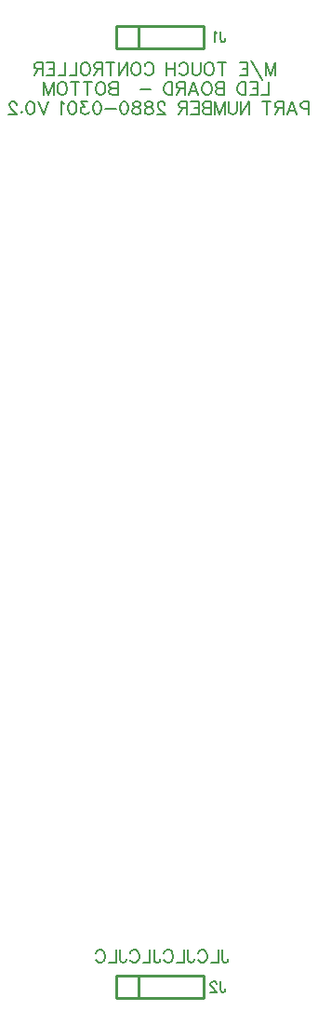
<source format=gbo>
G04 Layer: BottomSilkscreenLayer*
G04 EasyEDA v6.5.29, 2023-07-18 11:22:46*
G04 d896c42b98474c1f997fee1a3b510d80,5a6b42c53f6a479593ecc07194224c93,10*
G04 Gerber Generator version 0.2*
G04 Scale: 100 percent, Rotated: No, Reflected: No *
G04 Dimensions in millimeters *
G04 leading zeros omitted , absolute positions ,4 integer and 5 decimal *
%FSLAX45Y45*%
%MOMM*%

%ADD10C,0.2032*%
%ADD11C,0.1524*%
%ADD12C,0.2540*%

%LPD*%
D10*
X13500100Y10877989D02*
G01*
X13500100Y10763445D01*
X13500100Y10877989D02*
G01*
X13456462Y10763445D01*
X13412828Y10877989D02*
G01*
X13456462Y10763445D01*
X13412828Y10877989D02*
G01*
X13412828Y10763445D01*
X13278645Y10899808D02*
G01*
X13376828Y10725264D01*
X13242645Y10877989D02*
G01*
X13242645Y10763445D01*
X13242645Y10877989D02*
G01*
X13171736Y10877989D01*
X13242645Y10823445D02*
G01*
X13199010Y10823445D01*
X13242645Y10763445D02*
G01*
X13171736Y10763445D01*
X13013555Y10877989D02*
G01*
X13013555Y10763445D01*
X13051736Y10877989D02*
G01*
X12975374Y10877989D01*
X12906646Y10877989D02*
G01*
X12917556Y10872536D01*
X12928465Y10861626D01*
X12933918Y10850717D01*
X12939374Y10834354D01*
X12939374Y10807082D01*
X12933918Y10790717D01*
X12928465Y10779808D01*
X12917556Y10768898D01*
X12906646Y10763445D01*
X12884828Y10763445D01*
X12873918Y10768898D01*
X12863009Y10779808D01*
X12857556Y10790717D01*
X12852100Y10807082D01*
X12852100Y10834354D01*
X12857556Y10850717D01*
X12863009Y10861626D01*
X12873918Y10872536D01*
X12884828Y10877989D01*
X12906646Y10877989D01*
X12816100Y10877989D02*
G01*
X12816100Y10796173D01*
X12810647Y10779808D01*
X12799738Y10768898D01*
X12783372Y10763445D01*
X12772466Y10763445D01*
X12756100Y10768898D01*
X12745191Y10779808D01*
X12739738Y10796173D01*
X12739738Y10877989D01*
X12621920Y10850717D02*
G01*
X12627373Y10861626D01*
X12638283Y10872536D01*
X12649192Y10877989D01*
X12671010Y10877989D01*
X12681920Y10872536D01*
X12692829Y10861626D01*
X12698282Y10850717D01*
X12703738Y10834354D01*
X12703738Y10807082D01*
X12698282Y10790717D01*
X12692829Y10779808D01*
X12681920Y10768898D01*
X12671010Y10763445D01*
X12649192Y10763445D01*
X12638283Y10768898D01*
X12627373Y10779808D01*
X12621920Y10790717D01*
X12585920Y10877989D02*
G01*
X12585920Y10763445D01*
X12509555Y10877989D02*
G01*
X12509555Y10763445D01*
X12585920Y10823445D02*
G01*
X12509555Y10823445D01*
X12307737Y10850717D02*
G01*
X12313193Y10861626D01*
X12324102Y10872536D01*
X12335012Y10877989D01*
X12356830Y10877989D01*
X12367737Y10872536D01*
X12378646Y10861626D01*
X12384102Y10850717D01*
X12389556Y10834354D01*
X12389556Y10807082D01*
X12384102Y10790717D01*
X12378646Y10779808D01*
X12367737Y10768898D01*
X12356830Y10763445D01*
X12335012Y10763445D01*
X12324102Y10768898D01*
X12313193Y10779808D01*
X12307737Y10790717D01*
X12239012Y10877989D02*
G01*
X12249919Y10872536D01*
X12260828Y10861626D01*
X12266284Y10850717D01*
X12271738Y10834354D01*
X12271738Y10807082D01*
X12266284Y10790717D01*
X12260828Y10779808D01*
X12249919Y10768898D01*
X12239012Y10763445D01*
X12217194Y10763445D01*
X12206284Y10768898D01*
X12195375Y10779808D01*
X12189919Y10790717D01*
X12184466Y10807082D01*
X12184466Y10834354D01*
X12189919Y10850717D01*
X12195375Y10861626D01*
X12206284Y10872536D01*
X12217194Y10877989D01*
X12239012Y10877989D01*
X12148466Y10877989D02*
G01*
X12148466Y10763445D01*
X12148466Y10877989D02*
G01*
X12072101Y10763445D01*
X12072101Y10877989D02*
G01*
X12072101Y10763445D01*
X11997921Y10877989D02*
G01*
X11997921Y10763445D01*
X12036102Y10877989D02*
G01*
X11959739Y10877989D01*
X11923740Y10877989D02*
G01*
X11923740Y10763445D01*
X11923740Y10877989D02*
G01*
X11874649Y10877989D01*
X11858284Y10872536D01*
X11852831Y10867082D01*
X11847375Y10856173D01*
X11847375Y10845264D01*
X11852831Y10834354D01*
X11858284Y10828898D01*
X11874649Y10823445D01*
X11923740Y10823445D01*
X11885556Y10823445D02*
G01*
X11847375Y10763445D01*
X11778648Y10877989D02*
G01*
X11789557Y10872536D01*
X11800466Y10861626D01*
X11805922Y10850717D01*
X11811375Y10834354D01*
X11811375Y10807082D01*
X11805922Y10790717D01*
X11800466Y10779808D01*
X11789557Y10768898D01*
X11778648Y10763445D01*
X11756831Y10763445D01*
X11745922Y10768898D01*
X11735013Y10779808D01*
X11729557Y10790717D01*
X11724104Y10807082D01*
X11724104Y10834354D01*
X11729557Y10850717D01*
X11735013Y10861626D01*
X11745922Y10872536D01*
X11756831Y10877989D01*
X11778648Y10877989D01*
X11688104Y10877989D02*
G01*
X11688104Y10763445D01*
X11688104Y10763445D02*
G01*
X11622648Y10763445D01*
X11586649Y10877989D02*
G01*
X11586649Y10763445D01*
X11586649Y10763445D02*
G01*
X11521193Y10763445D01*
X11485194Y10877989D02*
G01*
X11485194Y10763445D01*
X11485194Y10877989D02*
G01*
X11414285Y10877989D01*
X11485194Y10823445D02*
G01*
X11441559Y10823445D01*
X11485194Y10763445D02*
G01*
X11414285Y10763445D01*
X11378285Y10877989D02*
G01*
X11378285Y10763445D01*
X11378285Y10877989D02*
G01*
X11329195Y10877989D01*
X11312832Y10872536D01*
X11307376Y10867082D01*
X11301923Y10856173D01*
X11301923Y10845264D01*
X11307376Y10834354D01*
X11312832Y10828898D01*
X11329195Y10823445D01*
X11378285Y10823445D01*
X11340104Y10823445D02*
G01*
X11301923Y10763445D01*
X13804900Y10522389D02*
G01*
X13804900Y10407845D01*
X13804900Y10522389D02*
G01*
X13755809Y10522389D01*
X13739446Y10516936D01*
X13733990Y10511482D01*
X13728537Y10500573D01*
X13728537Y10484208D01*
X13733990Y10473298D01*
X13739446Y10467845D01*
X13755809Y10462389D01*
X13804900Y10462389D01*
X13648900Y10522389D02*
G01*
X13692535Y10407845D01*
X13648900Y10522389D02*
G01*
X13605263Y10407845D01*
X13676172Y10446026D02*
G01*
X13621628Y10446026D01*
X13569264Y10522389D02*
G01*
X13569264Y10407845D01*
X13569264Y10522389D02*
G01*
X13520173Y10522389D01*
X13503810Y10516936D01*
X13498355Y10511482D01*
X13492901Y10500573D01*
X13492901Y10489664D01*
X13498355Y10478754D01*
X13503810Y10473298D01*
X13520173Y10467845D01*
X13569264Y10467845D01*
X13531082Y10467845D02*
G01*
X13492901Y10407845D01*
X13418718Y10522389D02*
G01*
X13418718Y10407845D01*
X13456899Y10522389D02*
G01*
X13380537Y10522389D01*
X13260537Y10522389D02*
G01*
X13260537Y10407845D01*
X13260537Y10522389D02*
G01*
X13184174Y10407845D01*
X13184174Y10522389D02*
G01*
X13184174Y10407845D01*
X13148172Y10522389D02*
G01*
X13148172Y10440573D01*
X13142719Y10424208D01*
X13131810Y10413298D01*
X13115447Y10407845D01*
X13104538Y10407845D01*
X13088172Y10413298D01*
X13077266Y10424208D01*
X13071810Y10440573D01*
X13071810Y10522389D01*
X13035810Y10522389D02*
G01*
X13035810Y10407845D01*
X13035810Y10522389D02*
G01*
X12992173Y10407845D01*
X12948538Y10522389D02*
G01*
X12992173Y10407845D01*
X12948538Y10522389D02*
G01*
X12948538Y10407845D01*
X12912537Y10522389D02*
G01*
X12912537Y10407845D01*
X12912537Y10522389D02*
G01*
X12863446Y10522389D01*
X12847083Y10516936D01*
X12841630Y10511482D01*
X12836174Y10500573D01*
X12836174Y10489664D01*
X12841630Y10478754D01*
X12847083Y10473298D01*
X12863446Y10467845D01*
X12912537Y10467845D02*
G01*
X12863446Y10467845D01*
X12847083Y10462389D01*
X12841630Y10456936D01*
X12836174Y10446026D01*
X12836174Y10429664D01*
X12841630Y10418754D01*
X12847083Y10413298D01*
X12863446Y10407845D01*
X12912537Y10407845D01*
X12800175Y10522389D02*
G01*
X12800175Y10407845D01*
X12800175Y10522389D02*
G01*
X12729265Y10522389D01*
X12800175Y10467845D02*
G01*
X12756537Y10467845D01*
X12800175Y10407845D02*
G01*
X12729265Y10407845D01*
X12693266Y10522389D02*
G01*
X12693266Y10407845D01*
X12693266Y10522389D02*
G01*
X12644175Y10522389D01*
X12627810Y10516936D01*
X12622357Y10511482D01*
X12616901Y10500573D01*
X12616901Y10489664D01*
X12622357Y10478754D01*
X12627810Y10473298D01*
X12644175Y10467845D01*
X12693266Y10467845D01*
X12655085Y10467845D02*
G01*
X12616901Y10407845D01*
X12491448Y10495117D02*
G01*
X12491448Y10500573D01*
X12485992Y10511482D01*
X12480538Y10516936D01*
X12469629Y10522389D01*
X12447811Y10522389D01*
X12436901Y10516936D01*
X12431448Y10511482D01*
X12425992Y10500573D01*
X12425992Y10489664D01*
X12431448Y10478754D01*
X12442357Y10462389D01*
X12496901Y10407845D01*
X12420539Y10407845D01*
X12357267Y10522389D02*
G01*
X12373630Y10516936D01*
X12379083Y10506026D01*
X12379083Y10495117D01*
X12373630Y10484208D01*
X12362721Y10478754D01*
X12340902Y10473298D01*
X12324539Y10467845D01*
X12313630Y10456936D01*
X12308174Y10446026D01*
X12308174Y10429664D01*
X12313630Y10418754D01*
X12319083Y10413298D01*
X12335449Y10407845D01*
X12357267Y10407845D01*
X12373630Y10413298D01*
X12379083Y10418754D01*
X12384539Y10429664D01*
X12384539Y10446026D01*
X12379083Y10456936D01*
X12368174Y10467845D01*
X12351811Y10473298D01*
X12329993Y10478754D01*
X12319083Y10484208D01*
X12313630Y10495117D01*
X12313630Y10506026D01*
X12319083Y10516936D01*
X12335449Y10522389D01*
X12357267Y10522389D01*
X12244903Y10522389D02*
G01*
X12261265Y10516936D01*
X12266721Y10506026D01*
X12266721Y10495117D01*
X12261265Y10484208D01*
X12250356Y10478754D01*
X12228540Y10473298D01*
X12212175Y10467845D01*
X12201265Y10456936D01*
X12195812Y10446026D01*
X12195812Y10429664D01*
X12201265Y10418754D01*
X12206721Y10413298D01*
X12223084Y10407845D01*
X12244903Y10407845D01*
X12261265Y10413298D01*
X12266721Y10418754D01*
X12272175Y10429664D01*
X12272175Y10446026D01*
X12266721Y10456936D01*
X12255812Y10467845D01*
X12239449Y10473298D01*
X12217631Y10478754D01*
X12206721Y10484208D01*
X12201265Y10495117D01*
X12201265Y10506026D01*
X12206721Y10516936D01*
X12223084Y10522389D01*
X12244903Y10522389D01*
X12127085Y10522389D02*
G01*
X12143447Y10516936D01*
X12154357Y10500573D01*
X12159813Y10473298D01*
X12159813Y10456936D01*
X12154357Y10429664D01*
X12143447Y10413298D01*
X12127085Y10407845D01*
X12116175Y10407845D01*
X12099813Y10413298D01*
X12088903Y10429664D01*
X12083448Y10456936D01*
X12083448Y10473298D01*
X12088903Y10500573D01*
X12099813Y10516936D01*
X12116175Y10522389D01*
X12127085Y10522389D01*
X12047448Y10456936D02*
G01*
X11949267Y10456936D01*
X11880540Y10522389D02*
G01*
X11896902Y10516936D01*
X11907812Y10500573D01*
X11913268Y10473298D01*
X11913268Y10456936D01*
X11907812Y10429664D01*
X11896902Y10413298D01*
X11880540Y10407845D01*
X11869630Y10407845D01*
X11853268Y10413298D01*
X11842358Y10429664D01*
X11836902Y10456936D01*
X11836902Y10473298D01*
X11842358Y10500573D01*
X11853268Y10516936D01*
X11869630Y10522389D01*
X11880540Y10522389D01*
X11789994Y10522389D02*
G01*
X11729994Y10522389D01*
X11762722Y10478754D01*
X11746359Y10478754D01*
X11735450Y10473298D01*
X11729994Y10467845D01*
X11724540Y10451482D01*
X11724540Y10440573D01*
X11729994Y10424208D01*
X11740903Y10413298D01*
X11757268Y10407845D01*
X11773631Y10407845D01*
X11789994Y10413298D01*
X11795450Y10418754D01*
X11800903Y10429664D01*
X11655813Y10522389D02*
G01*
X11672176Y10516936D01*
X11683085Y10500573D01*
X11688541Y10473298D01*
X11688541Y10456936D01*
X11683085Y10429664D01*
X11672176Y10413298D01*
X11655813Y10407845D01*
X11644904Y10407845D01*
X11628541Y10413298D01*
X11617632Y10429664D01*
X11612176Y10456936D01*
X11612176Y10473298D01*
X11617632Y10500573D01*
X11628541Y10516936D01*
X11644904Y10522389D01*
X11655813Y10522389D01*
X11576177Y10500573D02*
G01*
X11565267Y10506026D01*
X11548905Y10522389D01*
X11548905Y10407845D01*
X11428905Y10522389D02*
G01*
X11385268Y10407845D01*
X11341633Y10522389D02*
G01*
X11385268Y10407845D01*
X11272906Y10522389D02*
G01*
X11289268Y10516936D01*
X11300178Y10500573D01*
X11305631Y10473298D01*
X11305631Y10456936D01*
X11300178Y10429664D01*
X11289268Y10413298D01*
X11272906Y10407845D01*
X11261996Y10407845D01*
X11245631Y10413298D01*
X11234722Y10429664D01*
X11229268Y10456936D01*
X11229268Y10473298D01*
X11234722Y10500573D01*
X11245631Y10516936D01*
X11261996Y10522389D01*
X11272906Y10522389D01*
X11187813Y10435117D02*
G01*
X11193269Y10429664D01*
X11187813Y10424208D01*
X11182360Y10429664D01*
X11187813Y10435117D01*
X11140904Y10495117D02*
G01*
X11140904Y10500573D01*
X11135451Y10511482D01*
X11129995Y10516936D01*
X11119086Y10522389D01*
X11097270Y10522389D01*
X11086360Y10516936D01*
X11080904Y10511482D01*
X11075451Y10500573D01*
X11075451Y10489664D01*
X11080904Y10478754D01*
X11091814Y10462389D01*
X11146360Y10407845D01*
X11069995Y10407845D01*
X13013690Y2800857D02*
G01*
X13013690Y2713481D01*
X13019277Y2697226D01*
X13024611Y2691637D01*
X13035534Y2686304D01*
X13046456Y2686304D01*
X13057377Y2691637D01*
X13062965Y2697226D01*
X13068300Y2713481D01*
X13068300Y2724404D01*
X12977875Y2800857D02*
G01*
X12977875Y2686304D01*
X12977875Y2686304D02*
G01*
X12912343Y2686304D01*
X12794488Y2773426D02*
G01*
X12799822Y2784347D01*
X12810743Y2795270D01*
X12821665Y2800857D01*
X12843509Y2800857D01*
X12854431Y2795270D01*
X12865354Y2784347D01*
X12870941Y2773426D01*
X12876275Y2757170D01*
X12876275Y2729992D01*
X12870941Y2713481D01*
X12865354Y2702560D01*
X12854431Y2691637D01*
X12843509Y2686304D01*
X12821665Y2686304D01*
X12810743Y2691637D01*
X12799822Y2702560D01*
X12794488Y2713481D01*
X12704063Y2800857D02*
G01*
X12704063Y2713481D01*
X12709397Y2697226D01*
X12714731Y2691637D01*
X12725654Y2686304D01*
X12736575Y2686304D01*
X12747497Y2691637D01*
X12753086Y2697226D01*
X12758420Y2713481D01*
X12758420Y2724404D01*
X12667995Y2800857D02*
G01*
X12667995Y2686304D01*
X12667995Y2686304D02*
G01*
X12602463Y2686304D01*
X12484608Y2773426D02*
G01*
X12490195Y2784347D01*
X12501118Y2795270D01*
X12512040Y2800857D01*
X12533629Y2800857D01*
X12544552Y2795270D01*
X12555474Y2784347D01*
X12561061Y2773426D01*
X12566395Y2757170D01*
X12566395Y2729992D01*
X12561061Y2713481D01*
X12555474Y2702560D01*
X12544552Y2691637D01*
X12533629Y2686304D01*
X12512040Y2686304D01*
X12501118Y2691637D01*
X12490195Y2702560D01*
X12484608Y2713481D01*
X12394184Y2800857D02*
G01*
X12394184Y2713481D01*
X12399518Y2697226D01*
X12405106Y2691637D01*
X12416027Y2686304D01*
X12426950Y2686304D01*
X12437872Y2691637D01*
X12443206Y2697226D01*
X12448540Y2713481D01*
X12448540Y2724404D01*
X12358115Y2800857D02*
G01*
X12358115Y2686304D01*
X12358115Y2686304D02*
G01*
X12292584Y2686304D01*
X12174727Y2773426D02*
G01*
X12180315Y2784347D01*
X12191238Y2795270D01*
X12202159Y2800857D01*
X12224004Y2800857D01*
X12234925Y2795270D01*
X12245847Y2784347D01*
X12251181Y2773426D01*
X12256770Y2757170D01*
X12256770Y2729992D01*
X12251181Y2713481D01*
X12245847Y2702560D01*
X12234925Y2691637D01*
X12224004Y2686304D01*
X12202159Y2686304D01*
X12191238Y2691637D01*
X12180315Y2702560D01*
X12174727Y2713481D01*
X12084304Y2800857D02*
G01*
X12084304Y2713481D01*
X12089638Y2697226D01*
X12095225Y2691637D01*
X12106147Y2686304D01*
X12117070Y2686304D01*
X12127991Y2691637D01*
X12133325Y2697226D01*
X12138913Y2713481D01*
X12138913Y2724404D01*
X12048236Y2800857D02*
G01*
X12048236Y2686304D01*
X12048236Y2686304D02*
G01*
X11982958Y2686304D01*
X11865102Y2773426D02*
G01*
X11870436Y2784347D01*
X11881358Y2795270D01*
X11892279Y2800857D01*
X11914124Y2800857D01*
X11925045Y2795270D01*
X11935968Y2784347D01*
X11941302Y2773426D01*
X11946890Y2757170D01*
X11946890Y2729992D01*
X11941302Y2713481D01*
X11935968Y2702560D01*
X11925045Y2691637D01*
X11914124Y2686304D01*
X11892279Y2686304D01*
X11881358Y2691637D01*
X11870436Y2702560D01*
X11865102Y2713481D01*
X13436600Y10700189D02*
G01*
X13436600Y10585645D01*
X13436600Y10585645D02*
G01*
X13371146Y10585645D01*
X13335144Y10700189D02*
G01*
X13335144Y10585645D01*
X13335144Y10700189D02*
G01*
X13264235Y10700189D01*
X13335144Y10645645D02*
G01*
X13291510Y10645645D01*
X13335144Y10585645D02*
G01*
X13264235Y10585645D01*
X13228236Y10700189D02*
G01*
X13228236Y10585645D01*
X13228236Y10700189D02*
G01*
X13190054Y10700189D01*
X13173692Y10694736D01*
X13162782Y10683826D01*
X13157327Y10672917D01*
X13151873Y10656554D01*
X13151873Y10629282D01*
X13157327Y10612917D01*
X13162782Y10602008D01*
X13173692Y10591098D01*
X13190054Y10585645D01*
X13228236Y10585645D01*
X13031873Y10700189D02*
G01*
X13031873Y10585645D01*
X13031873Y10700189D02*
G01*
X12982783Y10700189D01*
X12966418Y10694736D01*
X12960964Y10689282D01*
X12955511Y10678373D01*
X12955511Y10667464D01*
X12960964Y10656554D01*
X12966418Y10651098D01*
X12982783Y10645645D01*
X13031873Y10645645D02*
G01*
X12982783Y10645645D01*
X12966418Y10640189D01*
X12960964Y10634736D01*
X12955511Y10623826D01*
X12955511Y10607464D01*
X12960964Y10596554D01*
X12966418Y10591098D01*
X12982783Y10585645D01*
X13031873Y10585645D01*
X12886783Y10700189D02*
G01*
X12897690Y10694736D01*
X12908600Y10683826D01*
X12914055Y10672917D01*
X12919509Y10656554D01*
X12919509Y10629282D01*
X12914055Y10612917D01*
X12908600Y10602008D01*
X12897690Y10591098D01*
X12886783Y10585645D01*
X12864965Y10585645D01*
X12854056Y10591098D01*
X12843146Y10602008D01*
X12837690Y10612917D01*
X12832237Y10629282D01*
X12832237Y10656554D01*
X12837690Y10672917D01*
X12843146Y10683826D01*
X12854056Y10694736D01*
X12864965Y10700189D01*
X12886783Y10700189D01*
X12752600Y10700189D02*
G01*
X12796238Y10585645D01*
X12752600Y10700189D02*
G01*
X12708966Y10585645D01*
X12779872Y10623826D02*
G01*
X12725328Y10623826D01*
X12672964Y10700189D02*
G01*
X12672964Y10585645D01*
X12672964Y10700189D02*
G01*
X12623873Y10700189D01*
X12607510Y10694736D01*
X12602055Y10689282D01*
X12596601Y10678373D01*
X12596601Y10667464D01*
X12602055Y10656554D01*
X12607510Y10651098D01*
X12623873Y10645645D01*
X12672964Y10645645D01*
X12634782Y10645645D02*
G01*
X12596601Y10585645D01*
X12560602Y10700189D02*
G01*
X12560602Y10585645D01*
X12560602Y10700189D02*
G01*
X12522420Y10700189D01*
X12506055Y10694736D01*
X12495146Y10683826D01*
X12489693Y10672917D01*
X12484237Y10656554D01*
X12484237Y10629282D01*
X12489693Y10612917D01*
X12495146Y10602008D01*
X12506055Y10591098D01*
X12522420Y10585645D01*
X12560602Y10585645D01*
X12364237Y10634736D02*
G01*
X12266056Y10634736D01*
X12062056Y10700189D02*
G01*
X12062056Y10585645D01*
X12062056Y10700189D02*
G01*
X12012965Y10700189D01*
X11996602Y10694736D01*
X11991149Y10689282D01*
X11985693Y10678373D01*
X11985693Y10667464D01*
X11991149Y10656554D01*
X11996602Y10651098D01*
X12012965Y10645645D01*
X12062056Y10645645D02*
G01*
X12012965Y10645645D01*
X11996602Y10640189D01*
X11991149Y10634736D01*
X11985693Y10623826D01*
X11985693Y10607464D01*
X11991149Y10596554D01*
X11996602Y10591098D01*
X12012965Y10585645D01*
X12062056Y10585645D01*
X11916966Y10700189D02*
G01*
X11927875Y10694736D01*
X11938784Y10683826D01*
X11944238Y10672917D01*
X11949694Y10656554D01*
X11949694Y10629282D01*
X11944238Y10612917D01*
X11938784Y10602008D01*
X11927875Y10591098D01*
X11916966Y10585645D01*
X11895147Y10585645D01*
X11884238Y10591098D01*
X11873331Y10602008D01*
X11867875Y10612917D01*
X11862422Y10629282D01*
X11862422Y10656554D01*
X11867875Y10672917D01*
X11873331Y10683826D01*
X11884238Y10694736D01*
X11895147Y10700189D01*
X11916966Y10700189D01*
X11788239Y10700189D02*
G01*
X11788239Y10585645D01*
X11826420Y10700189D02*
G01*
X11750057Y10700189D01*
X11675877Y10700189D02*
G01*
X11675877Y10585645D01*
X11714058Y10700189D02*
G01*
X11637693Y10700189D01*
X11568968Y10700189D02*
G01*
X11579875Y10694736D01*
X11590784Y10683826D01*
X11596240Y10672917D01*
X11601693Y10656554D01*
X11601693Y10629282D01*
X11596240Y10612917D01*
X11590784Y10602008D01*
X11579875Y10591098D01*
X11568968Y10585645D01*
X11547149Y10585645D01*
X11536240Y10591098D01*
X11525331Y10602008D01*
X11519875Y10612917D01*
X11514421Y10629282D01*
X11514421Y10656554D01*
X11519875Y10672917D01*
X11525331Y10683826D01*
X11536240Y10694736D01*
X11547149Y10700189D01*
X11568968Y10700189D01*
X11478422Y10700189D02*
G01*
X11478422Y10585645D01*
X11478422Y10700189D02*
G01*
X11434785Y10585645D01*
X11391150Y10700189D02*
G01*
X11434785Y10585645D01*
X11391150Y10700189D02*
G01*
X11391150Y10585645D01*
D11*
X12997446Y11162609D02*
G01*
X12997446Y11089881D01*
X13001990Y11076246D01*
X13006537Y11071699D01*
X13015628Y11067153D01*
X13024718Y11067153D01*
X13033809Y11071699D01*
X13038353Y11076246D01*
X13042900Y11089881D01*
X13042900Y11098971D01*
X12967446Y11144427D02*
G01*
X12958353Y11148971D01*
X12944718Y11162609D01*
X12944718Y11067153D01*
X12997446Y2513909D02*
G01*
X12997446Y2441181D01*
X13001990Y2427546D01*
X13006537Y2422999D01*
X13015628Y2418453D01*
X13024718Y2418453D01*
X13033809Y2422999D01*
X13038353Y2427546D01*
X13042900Y2441181D01*
X13042900Y2450271D01*
X12962900Y2491181D02*
G01*
X12962900Y2495727D01*
X12958353Y2504818D01*
X12953809Y2509362D01*
X12944718Y2513909D01*
X12926537Y2513909D01*
X12917446Y2509362D01*
X12912900Y2504818D01*
X12908353Y2495727D01*
X12908353Y2486637D01*
X12912900Y2477546D01*
X12921990Y2463909D01*
X12967446Y2418453D01*
X12903809Y2418453D01*
D12*
X12249099Y11010900D02*
G01*
X12249099Y11201400D01*
X12046000Y11012500D02*
G01*
X12845999Y11012500D01*
X12845999Y11212499D01*
X12046000Y11212499D01*
X12046000Y11012500D01*
X12249099Y2362200D02*
G01*
X12249099Y2552700D01*
X12046000Y2363800D02*
G01*
X12845999Y2363800D01*
X12845999Y2563799D01*
X12046000Y2563799D01*
X12046000Y2363800D01*
M02*

</source>
